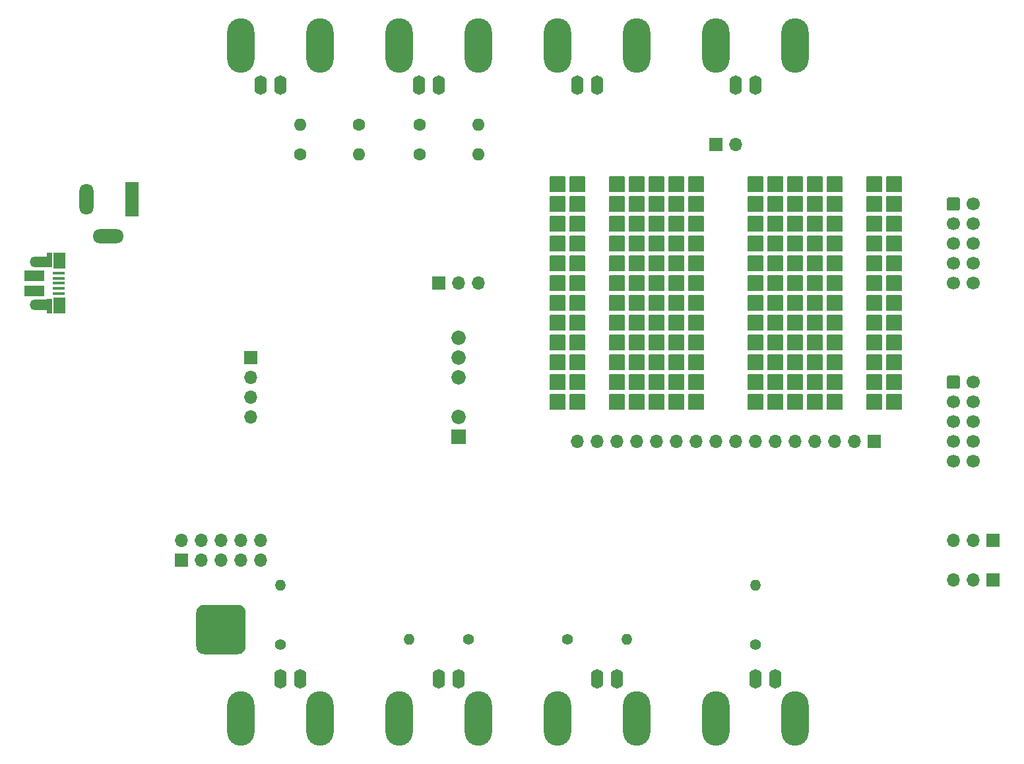
<source format=gbr>
G04 #@! TF.GenerationSoftware,KiCad,Pcbnew,(5.1.8-0-10_14)*
G04 #@! TF.CreationDate,2020-12-31T12:29:52-08:00*
G04 #@! TF.ProjectId,esp32_sync,65737033-325f-4737-996e-632e6b696361,rev?*
G04 #@! TF.SameCoordinates,Original*
G04 #@! TF.FileFunction,Soldermask,Bot*
G04 #@! TF.FilePolarity,Negative*
%FSLAX46Y46*%
G04 Gerber Fmt 4.6, Leading zero omitted, Abs format (unit mm)*
G04 Created by KiCad (PCBNEW (5.1.8-0-10_14)) date 2020-12-31 12:29:52*
%MOMM*%
%LPD*%
G01*
G04 APERTURE LIST*
%ADD10O,1.700000X1.700000*%
%ADD11R,1.700000X1.700000*%
%ADD12C,1.850000*%
%ADD13R,1.850000X1.850000*%
%ADD14O,1.600000X1.600000*%
%ADD15C,1.600000*%
%ADD16R,1.800000X4.400000*%
%ADD17O,1.800000X4.000000*%
%ADD18O,4.000000X1.800000*%
%ADD19O,1.400000X1.400000*%
%ADD20C,1.400000*%
%ADD21C,1.700000*%
%ADD22O,1.600000X2.500000*%
%ADD23O,3.500000X7.000000*%
%ADD24R,2.500000X1.430000*%
%ADD25O,1.700000X1.350000*%
%ADD26O,1.500000X1.100000*%
%ADD27R,1.650000X0.400000*%
%ADD28R,1.500000X2.000000*%
%ADD29R,0.700000X1.825000*%
%ADD30R,2.000000X1.350000*%
G04 APERTURE END LIST*
D10*
X92710000Y-118745000D03*
X92710000Y-116205000D03*
X92710000Y-113665000D03*
D11*
X92710000Y-111125000D03*
D10*
X121920000Y-101600000D03*
X119380000Y-101600000D03*
D11*
X116840000Y-101600000D03*
D12*
X119380000Y-108585000D03*
X119380000Y-111125000D03*
X119380000Y-113665000D03*
X119380000Y-118745000D03*
D13*
X119380000Y-121285000D03*
D14*
X121920000Y-85090000D03*
D15*
X114420000Y-85090000D03*
D14*
X121920000Y-81280000D03*
D15*
X114420000Y-81280000D03*
D16*
X77470000Y-90805000D03*
D17*
X71670000Y-90805000D03*
D18*
X74470000Y-95605000D03*
D19*
X157480000Y-140335000D03*
D20*
X157480000Y-147955000D03*
D21*
X185420000Y-124460000D03*
X185420000Y-121920000D03*
X185420000Y-119380000D03*
X185420000Y-116840000D03*
X185420000Y-114300000D03*
X182880000Y-124460000D03*
X182880000Y-121920000D03*
X182880000Y-119380000D03*
X182880000Y-116840000D03*
G36*
G01*
X182030000Y-114900000D02*
X182030000Y-113700000D01*
G75*
G02*
X182280000Y-113450000I250000J0D01*
G01*
X183480000Y-113450000D01*
G75*
G02*
X183730000Y-113700000I0J-250000D01*
G01*
X183730000Y-114900000D01*
G75*
G02*
X183480000Y-115150000I-250000J0D01*
G01*
X182280000Y-115150000D01*
G75*
G02*
X182030000Y-114900000I0J250000D01*
G01*
G37*
X185420000Y-101600000D03*
X185420000Y-99060000D03*
X185420000Y-96520000D03*
X185420000Y-93980000D03*
X185420000Y-91440000D03*
X182880000Y-101600000D03*
X182880000Y-99060000D03*
X182880000Y-96520000D03*
X182880000Y-93980000D03*
G36*
G01*
X182030000Y-92040000D02*
X182030000Y-90840000D01*
G75*
G02*
X182280000Y-90590000I250000J0D01*
G01*
X183480000Y-90590000D01*
G75*
G02*
X183730000Y-90840000I0J-250000D01*
G01*
X183730000Y-92040000D01*
G75*
G02*
X183480000Y-92290000I-250000J0D01*
G01*
X182280000Y-92290000D01*
G75*
G02*
X182030000Y-92040000I0J250000D01*
G01*
G37*
D10*
X134620000Y-121920000D03*
X137160000Y-121920000D03*
X139700000Y-121920000D03*
X142240000Y-121920000D03*
X144780000Y-121920000D03*
X147320000Y-121920000D03*
X149860000Y-121920000D03*
X152400000Y-121920000D03*
X154940000Y-121920000D03*
X157480000Y-121920000D03*
X160020000Y-121920000D03*
X162560000Y-121920000D03*
X165100000Y-121920000D03*
X167640000Y-121920000D03*
X170180000Y-121920000D03*
D11*
X172720000Y-121920000D03*
D10*
X93980000Y-134620000D03*
X93980000Y-137160000D03*
X91440000Y-134620000D03*
X91440000Y-137160000D03*
X88900000Y-134620000D03*
X88900000Y-137160000D03*
X86360000Y-134620000D03*
X86360000Y-137160000D03*
X83820000Y-134620000D03*
D11*
X83820000Y-137160000D03*
G36*
G01*
X85725000Y-148234400D02*
X85725000Y-143865600D01*
G75*
G02*
X86715600Y-142875000I990600J0D01*
G01*
X91084400Y-142875000D01*
G75*
G02*
X92075000Y-143865600I0J-990600D01*
G01*
X92075000Y-148234400D01*
G75*
G02*
X91084400Y-149225000I-990600J0D01*
G01*
X86715600Y-149225000D01*
G75*
G02*
X85725000Y-148234400I0J990600D01*
G01*
G37*
D10*
X154940000Y-83820000D03*
D11*
X152400000Y-83820000D03*
D22*
X99060000Y-152400000D03*
X96520000Y-152400000D03*
D23*
X91440000Y-157480000D03*
X101600000Y-157480000D03*
G36*
G01*
X132880000Y-89950000D02*
X131280000Y-89950000D01*
G75*
G02*
X131030000Y-89700000I0J250000D01*
G01*
X131030000Y-88100000D01*
G75*
G02*
X131280000Y-87850000I250000J0D01*
G01*
X132880000Y-87850000D01*
G75*
G02*
X133130000Y-88100000I0J-250000D01*
G01*
X133130000Y-89700000D01*
G75*
G02*
X132880000Y-89950000I-250000J0D01*
G01*
G37*
G36*
G01*
X132880000Y-92490000D02*
X131280000Y-92490000D01*
G75*
G02*
X131030000Y-92240000I0J250000D01*
G01*
X131030000Y-90640000D01*
G75*
G02*
X131280000Y-90390000I250000J0D01*
G01*
X132880000Y-90390000D01*
G75*
G02*
X133130000Y-90640000I0J-250000D01*
G01*
X133130000Y-92240000D01*
G75*
G02*
X132880000Y-92490000I-250000J0D01*
G01*
G37*
G36*
G01*
X132880000Y-95030000D02*
X131280000Y-95030000D01*
G75*
G02*
X131030000Y-94780000I0J250000D01*
G01*
X131030000Y-93180000D01*
G75*
G02*
X131280000Y-92930000I250000J0D01*
G01*
X132880000Y-92930000D01*
G75*
G02*
X133130000Y-93180000I0J-250000D01*
G01*
X133130000Y-94780000D01*
G75*
G02*
X132880000Y-95030000I-250000J0D01*
G01*
G37*
G36*
G01*
X132880000Y-97570000D02*
X131280000Y-97570000D01*
G75*
G02*
X131030000Y-97320000I0J250000D01*
G01*
X131030000Y-95720000D01*
G75*
G02*
X131280000Y-95470000I250000J0D01*
G01*
X132880000Y-95470000D01*
G75*
G02*
X133130000Y-95720000I0J-250000D01*
G01*
X133130000Y-97320000D01*
G75*
G02*
X132880000Y-97570000I-250000J0D01*
G01*
G37*
G36*
G01*
X132880000Y-100110000D02*
X131280000Y-100110000D01*
G75*
G02*
X131030000Y-99860000I0J250000D01*
G01*
X131030000Y-98260000D01*
G75*
G02*
X131280000Y-98010000I250000J0D01*
G01*
X132880000Y-98010000D01*
G75*
G02*
X133130000Y-98260000I0J-250000D01*
G01*
X133130000Y-99860000D01*
G75*
G02*
X132880000Y-100110000I-250000J0D01*
G01*
G37*
G36*
G01*
X132880000Y-102650000D02*
X131280000Y-102650000D01*
G75*
G02*
X131030000Y-102400000I0J250000D01*
G01*
X131030000Y-100800000D01*
G75*
G02*
X131280000Y-100550000I250000J0D01*
G01*
X132880000Y-100550000D01*
G75*
G02*
X133130000Y-100800000I0J-250000D01*
G01*
X133130000Y-102400000D01*
G75*
G02*
X132880000Y-102650000I-250000J0D01*
G01*
G37*
G36*
G01*
X132880000Y-105190000D02*
X131280000Y-105190000D01*
G75*
G02*
X131030000Y-104940000I0J250000D01*
G01*
X131030000Y-103340000D01*
G75*
G02*
X131280000Y-103090000I250000J0D01*
G01*
X132880000Y-103090000D01*
G75*
G02*
X133130000Y-103340000I0J-250000D01*
G01*
X133130000Y-104940000D01*
G75*
G02*
X132880000Y-105190000I-250000J0D01*
G01*
G37*
G36*
G01*
X132880000Y-107730000D02*
X131280000Y-107730000D01*
G75*
G02*
X131030000Y-107480000I0J250000D01*
G01*
X131030000Y-105880000D01*
G75*
G02*
X131280000Y-105630000I250000J0D01*
G01*
X132880000Y-105630000D01*
G75*
G02*
X133130000Y-105880000I0J-250000D01*
G01*
X133130000Y-107480000D01*
G75*
G02*
X132880000Y-107730000I-250000J0D01*
G01*
G37*
G36*
G01*
X132880000Y-110270000D02*
X131280000Y-110270000D01*
G75*
G02*
X131030000Y-110020000I0J250000D01*
G01*
X131030000Y-108420000D01*
G75*
G02*
X131280000Y-108170000I250000J0D01*
G01*
X132880000Y-108170000D01*
G75*
G02*
X133130000Y-108420000I0J-250000D01*
G01*
X133130000Y-110020000D01*
G75*
G02*
X132880000Y-110270000I-250000J0D01*
G01*
G37*
G36*
G01*
X132880000Y-112810000D02*
X131280000Y-112810000D01*
G75*
G02*
X131030000Y-112560000I0J250000D01*
G01*
X131030000Y-110960000D01*
G75*
G02*
X131280000Y-110710000I250000J0D01*
G01*
X132880000Y-110710000D01*
G75*
G02*
X133130000Y-110960000I0J-250000D01*
G01*
X133130000Y-112560000D01*
G75*
G02*
X132880000Y-112810000I-250000J0D01*
G01*
G37*
G36*
G01*
X132880000Y-115350000D02*
X131280000Y-115350000D01*
G75*
G02*
X131030000Y-115100000I0J250000D01*
G01*
X131030000Y-113500000D01*
G75*
G02*
X131280000Y-113250000I250000J0D01*
G01*
X132880000Y-113250000D01*
G75*
G02*
X133130000Y-113500000I0J-250000D01*
G01*
X133130000Y-115100000D01*
G75*
G02*
X132880000Y-115350000I-250000J0D01*
G01*
G37*
G36*
G01*
X135420000Y-89950000D02*
X133820000Y-89950000D01*
G75*
G02*
X133570000Y-89700000I0J250000D01*
G01*
X133570000Y-88100000D01*
G75*
G02*
X133820000Y-87850000I250000J0D01*
G01*
X135420000Y-87850000D01*
G75*
G02*
X135670000Y-88100000I0J-250000D01*
G01*
X135670000Y-89700000D01*
G75*
G02*
X135420000Y-89950000I-250000J0D01*
G01*
G37*
G36*
G01*
X135420000Y-92490000D02*
X133820000Y-92490000D01*
G75*
G02*
X133570000Y-92240000I0J250000D01*
G01*
X133570000Y-90640000D01*
G75*
G02*
X133820000Y-90390000I250000J0D01*
G01*
X135420000Y-90390000D01*
G75*
G02*
X135670000Y-90640000I0J-250000D01*
G01*
X135670000Y-92240000D01*
G75*
G02*
X135420000Y-92490000I-250000J0D01*
G01*
G37*
G36*
G01*
X135420000Y-95030000D02*
X133820000Y-95030000D01*
G75*
G02*
X133570000Y-94780000I0J250000D01*
G01*
X133570000Y-93180000D01*
G75*
G02*
X133820000Y-92930000I250000J0D01*
G01*
X135420000Y-92930000D01*
G75*
G02*
X135670000Y-93180000I0J-250000D01*
G01*
X135670000Y-94780000D01*
G75*
G02*
X135420000Y-95030000I-250000J0D01*
G01*
G37*
G36*
G01*
X135420000Y-97570000D02*
X133820000Y-97570000D01*
G75*
G02*
X133570000Y-97320000I0J250000D01*
G01*
X133570000Y-95720000D01*
G75*
G02*
X133820000Y-95470000I250000J0D01*
G01*
X135420000Y-95470000D01*
G75*
G02*
X135670000Y-95720000I0J-250000D01*
G01*
X135670000Y-97320000D01*
G75*
G02*
X135420000Y-97570000I-250000J0D01*
G01*
G37*
G36*
G01*
X135420000Y-100110000D02*
X133820000Y-100110000D01*
G75*
G02*
X133570000Y-99860000I0J250000D01*
G01*
X133570000Y-98260000D01*
G75*
G02*
X133820000Y-98010000I250000J0D01*
G01*
X135420000Y-98010000D01*
G75*
G02*
X135670000Y-98260000I0J-250000D01*
G01*
X135670000Y-99860000D01*
G75*
G02*
X135420000Y-100110000I-250000J0D01*
G01*
G37*
G36*
G01*
X135420000Y-102650000D02*
X133820000Y-102650000D01*
G75*
G02*
X133570000Y-102400000I0J250000D01*
G01*
X133570000Y-100800000D01*
G75*
G02*
X133820000Y-100550000I250000J0D01*
G01*
X135420000Y-100550000D01*
G75*
G02*
X135670000Y-100800000I0J-250000D01*
G01*
X135670000Y-102400000D01*
G75*
G02*
X135420000Y-102650000I-250000J0D01*
G01*
G37*
G36*
G01*
X135420000Y-105190000D02*
X133820000Y-105190000D01*
G75*
G02*
X133570000Y-104940000I0J250000D01*
G01*
X133570000Y-103340000D01*
G75*
G02*
X133820000Y-103090000I250000J0D01*
G01*
X135420000Y-103090000D01*
G75*
G02*
X135670000Y-103340000I0J-250000D01*
G01*
X135670000Y-104940000D01*
G75*
G02*
X135420000Y-105190000I-250000J0D01*
G01*
G37*
G36*
G01*
X135420000Y-107730000D02*
X133820000Y-107730000D01*
G75*
G02*
X133570000Y-107480000I0J250000D01*
G01*
X133570000Y-105880000D01*
G75*
G02*
X133820000Y-105630000I250000J0D01*
G01*
X135420000Y-105630000D01*
G75*
G02*
X135670000Y-105880000I0J-250000D01*
G01*
X135670000Y-107480000D01*
G75*
G02*
X135420000Y-107730000I-250000J0D01*
G01*
G37*
G36*
G01*
X135420000Y-110270000D02*
X133820000Y-110270000D01*
G75*
G02*
X133570000Y-110020000I0J250000D01*
G01*
X133570000Y-108420000D01*
G75*
G02*
X133820000Y-108170000I250000J0D01*
G01*
X135420000Y-108170000D01*
G75*
G02*
X135670000Y-108420000I0J-250000D01*
G01*
X135670000Y-110020000D01*
G75*
G02*
X135420000Y-110270000I-250000J0D01*
G01*
G37*
G36*
G01*
X135420000Y-112810000D02*
X133820000Y-112810000D01*
G75*
G02*
X133570000Y-112560000I0J250000D01*
G01*
X133570000Y-110960000D01*
G75*
G02*
X133820000Y-110710000I250000J0D01*
G01*
X135420000Y-110710000D01*
G75*
G02*
X135670000Y-110960000I0J-250000D01*
G01*
X135670000Y-112560000D01*
G75*
G02*
X135420000Y-112810000I-250000J0D01*
G01*
G37*
G36*
G01*
X135420000Y-115350000D02*
X133820000Y-115350000D01*
G75*
G02*
X133570000Y-115100000I0J250000D01*
G01*
X133570000Y-113500000D01*
G75*
G02*
X133820000Y-113250000I250000J0D01*
G01*
X135420000Y-113250000D01*
G75*
G02*
X135670000Y-113500000I0J-250000D01*
G01*
X135670000Y-115100000D01*
G75*
G02*
X135420000Y-115350000I-250000J0D01*
G01*
G37*
G36*
G01*
X135420000Y-117890000D02*
X133820000Y-117890000D01*
G75*
G02*
X133570000Y-117640000I0J250000D01*
G01*
X133570000Y-116040000D01*
G75*
G02*
X133820000Y-115790000I250000J0D01*
G01*
X135420000Y-115790000D01*
G75*
G02*
X135670000Y-116040000I0J-250000D01*
G01*
X135670000Y-117640000D01*
G75*
G02*
X135420000Y-117890000I-250000J0D01*
G01*
G37*
G36*
G01*
X132880000Y-117890000D02*
X131280000Y-117890000D01*
G75*
G02*
X131030000Y-117640000I0J250000D01*
G01*
X131030000Y-116040000D01*
G75*
G02*
X131280000Y-115790000I250000J0D01*
G01*
X132880000Y-115790000D01*
G75*
G02*
X133130000Y-116040000I0J-250000D01*
G01*
X133130000Y-117640000D01*
G75*
G02*
X132880000Y-117890000I-250000J0D01*
G01*
G37*
G36*
G01*
X176060000Y-89950000D02*
X174460000Y-89950000D01*
G75*
G02*
X174210000Y-89700000I0J250000D01*
G01*
X174210000Y-88100000D01*
G75*
G02*
X174460000Y-87850000I250000J0D01*
G01*
X176060000Y-87850000D01*
G75*
G02*
X176310000Y-88100000I0J-250000D01*
G01*
X176310000Y-89700000D01*
G75*
G02*
X176060000Y-89950000I-250000J0D01*
G01*
G37*
G36*
G01*
X176060000Y-92490000D02*
X174460000Y-92490000D01*
G75*
G02*
X174210000Y-92240000I0J250000D01*
G01*
X174210000Y-90640000D01*
G75*
G02*
X174460000Y-90390000I250000J0D01*
G01*
X176060000Y-90390000D01*
G75*
G02*
X176310000Y-90640000I0J-250000D01*
G01*
X176310000Y-92240000D01*
G75*
G02*
X176060000Y-92490000I-250000J0D01*
G01*
G37*
G36*
G01*
X176060000Y-95030000D02*
X174460000Y-95030000D01*
G75*
G02*
X174210000Y-94780000I0J250000D01*
G01*
X174210000Y-93180000D01*
G75*
G02*
X174460000Y-92930000I250000J0D01*
G01*
X176060000Y-92930000D01*
G75*
G02*
X176310000Y-93180000I0J-250000D01*
G01*
X176310000Y-94780000D01*
G75*
G02*
X176060000Y-95030000I-250000J0D01*
G01*
G37*
G36*
G01*
X176060000Y-97570000D02*
X174460000Y-97570000D01*
G75*
G02*
X174210000Y-97320000I0J250000D01*
G01*
X174210000Y-95720000D01*
G75*
G02*
X174460000Y-95470000I250000J0D01*
G01*
X176060000Y-95470000D01*
G75*
G02*
X176310000Y-95720000I0J-250000D01*
G01*
X176310000Y-97320000D01*
G75*
G02*
X176060000Y-97570000I-250000J0D01*
G01*
G37*
G36*
G01*
X176060000Y-100110000D02*
X174460000Y-100110000D01*
G75*
G02*
X174210000Y-99860000I0J250000D01*
G01*
X174210000Y-98260000D01*
G75*
G02*
X174460000Y-98010000I250000J0D01*
G01*
X176060000Y-98010000D01*
G75*
G02*
X176310000Y-98260000I0J-250000D01*
G01*
X176310000Y-99860000D01*
G75*
G02*
X176060000Y-100110000I-250000J0D01*
G01*
G37*
G36*
G01*
X176060000Y-102650000D02*
X174460000Y-102650000D01*
G75*
G02*
X174210000Y-102400000I0J250000D01*
G01*
X174210000Y-100800000D01*
G75*
G02*
X174460000Y-100550000I250000J0D01*
G01*
X176060000Y-100550000D01*
G75*
G02*
X176310000Y-100800000I0J-250000D01*
G01*
X176310000Y-102400000D01*
G75*
G02*
X176060000Y-102650000I-250000J0D01*
G01*
G37*
G36*
G01*
X176060000Y-105190000D02*
X174460000Y-105190000D01*
G75*
G02*
X174210000Y-104940000I0J250000D01*
G01*
X174210000Y-103340000D01*
G75*
G02*
X174460000Y-103090000I250000J0D01*
G01*
X176060000Y-103090000D01*
G75*
G02*
X176310000Y-103340000I0J-250000D01*
G01*
X176310000Y-104940000D01*
G75*
G02*
X176060000Y-105190000I-250000J0D01*
G01*
G37*
G36*
G01*
X176060000Y-107730000D02*
X174460000Y-107730000D01*
G75*
G02*
X174210000Y-107480000I0J250000D01*
G01*
X174210000Y-105880000D01*
G75*
G02*
X174460000Y-105630000I250000J0D01*
G01*
X176060000Y-105630000D01*
G75*
G02*
X176310000Y-105880000I0J-250000D01*
G01*
X176310000Y-107480000D01*
G75*
G02*
X176060000Y-107730000I-250000J0D01*
G01*
G37*
G36*
G01*
X176060000Y-110270000D02*
X174460000Y-110270000D01*
G75*
G02*
X174210000Y-110020000I0J250000D01*
G01*
X174210000Y-108420000D01*
G75*
G02*
X174460000Y-108170000I250000J0D01*
G01*
X176060000Y-108170000D01*
G75*
G02*
X176310000Y-108420000I0J-250000D01*
G01*
X176310000Y-110020000D01*
G75*
G02*
X176060000Y-110270000I-250000J0D01*
G01*
G37*
G36*
G01*
X176060000Y-112810000D02*
X174460000Y-112810000D01*
G75*
G02*
X174210000Y-112560000I0J250000D01*
G01*
X174210000Y-110960000D01*
G75*
G02*
X174460000Y-110710000I250000J0D01*
G01*
X176060000Y-110710000D01*
G75*
G02*
X176310000Y-110960000I0J-250000D01*
G01*
X176310000Y-112560000D01*
G75*
G02*
X176060000Y-112810000I-250000J0D01*
G01*
G37*
G36*
G01*
X176060000Y-115350000D02*
X174460000Y-115350000D01*
G75*
G02*
X174210000Y-115100000I0J250000D01*
G01*
X174210000Y-113500000D01*
G75*
G02*
X174460000Y-113250000I250000J0D01*
G01*
X176060000Y-113250000D01*
G75*
G02*
X176310000Y-113500000I0J-250000D01*
G01*
X176310000Y-115100000D01*
G75*
G02*
X176060000Y-115350000I-250000J0D01*
G01*
G37*
G36*
G01*
X173520000Y-89950000D02*
X171920000Y-89950000D01*
G75*
G02*
X171670000Y-89700000I0J250000D01*
G01*
X171670000Y-88100000D01*
G75*
G02*
X171920000Y-87850000I250000J0D01*
G01*
X173520000Y-87850000D01*
G75*
G02*
X173770000Y-88100000I0J-250000D01*
G01*
X173770000Y-89700000D01*
G75*
G02*
X173520000Y-89950000I-250000J0D01*
G01*
G37*
G36*
G01*
X173520000Y-92490000D02*
X171920000Y-92490000D01*
G75*
G02*
X171670000Y-92240000I0J250000D01*
G01*
X171670000Y-90640000D01*
G75*
G02*
X171920000Y-90390000I250000J0D01*
G01*
X173520000Y-90390000D01*
G75*
G02*
X173770000Y-90640000I0J-250000D01*
G01*
X173770000Y-92240000D01*
G75*
G02*
X173520000Y-92490000I-250000J0D01*
G01*
G37*
G36*
G01*
X173520000Y-95030000D02*
X171920000Y-95030000D01*
G75*
G02*
X171670000Y-94780000I0J250000D01*
G01*
X171670000Y-93180000D01*
G75*
G02*
X171920000Y-92930000I250000J0D01*
G01*
X173520000Y-92930000D01*
G75*
G02*
X173770000Y-93180000I0J-250000D01*
G01*
X173770000Y-94780000D01*
G75*
G02*
X173520000Y-95030000I-250000J0D01*
G01*
G37*
G36*
G01*
X173520000Y-97570000D02*
X171920000Y-97570000D01*
G75*
G02*
X171670000Y-97320000I0J250000D01*
G01*
X171670000Y-95720000D01*
G75*
G02*
X171920000Y-95470000I250000J0D01*
G01*
X173520000Y-95470000D01*
G75*
G02*
X173770000Y-95720000I0J-250000D01*
G01*
X173770000Y-97320000D01*
G75*
G02*
X173520000Y-97570000I-250000J0D01*
G01*
G37*
G36*
G01*
X173520000Y-100110000D02*
X171920000Y-100110000D01*
G75*
G02*
X171670000Y-99860000I0J250000D01*
G01*
X171670000Y-98260000D01*
G75*
G02*
X171920000Y-98010000I250000J0D01*
G01*
X173520000Y-98010000D01*
G75*
G02*
X173770000Y-98260000I0J-250000D01*
G01*
X173770000Y-99860000D01*
G75*
G02*
X173520000Y-100110000I-250000J0D01*
G01*
G37*
G36*
G01*
X173520000Y-102650000D02*
X171920000Y-102650000D01*
G75*
G02*
X171670000Y-102400000I0J250000D01*
G01*
X171670000Y-100800000D01*
G75*
G02*
X171920000Y-100550000I250000J0D01*
G01*
X173520000Y-100550000D01*
G75*
G02*
X173770000Y-100800000I0J-250000D01*
G01*
X173770000Y-102400000D01*
G75*
G02*
X173520000Y-102650000I-250000J0D01*
G01*
G37*
G36*
G01*
X173520000Y-105190000D02*
X171920000Y-105190000D01*
G75*
G02*
X171670000Y-104940000I0J250000D01*
G01*
X171670000Y-103340000D01*
G75*
G02*
X171920000Y-103090000I250000J0D01*
G01*
X173520000Y-103090000D01*
G75*
G02*
X173770000Y-103340000I0J-250000D01*
G01*
X173770000Y-104940000D01*
G75*
G02*
X173520000Y-105190000I-250000J0D01*
G01*
G37*
G36*
G01*
X173520000Y-107730000D02*
X171920000Y-107730000D01*
G75*
G02*
X171670000Y-107480000I0J250000D01*
G01*
X171670000Y-105880000D01*
G75*
G02*
X171920000Y-105630000I250000J0D01*
G01*
X173520000Y-105630000D01*
G75*
G02*
X173770000Y-105880000I0J-250000D01*
G01*
X173770000Y-107480000D01*
G75*
G02*
X173520000Y-107730000I-250000J0D01*
G01*
G37*
G36*
G01*
X173520000Y-110270000D02*
X171920000Y-110270000D01*
G75*
G02*
X171670000Y-110020000I0J250000D01*
G01*
X171670000Y-108420000D01*
G75*
G02*
X171920000Y-108170000I250000J0D01*
G01*
X173520000Y-108170000D01*
G75*
G02*
X173770000Y-108420000I0J-250000D01*
G01*
X173770000Y-110020000D01*
G75*
G02*
X173520000Y-110270000I-250000J0D01*
G01*
G37*
G36*
G01*
X173520000Y-112810000D02*
X171920000Y-112810000D01*
G75*
G02*
X171670000Y-112560000I0J250000D01*
G01*
X171670000Y-110960000D01*
G75*
G02*
X171920000Y-110710000I250000J0D01*
G01*
X173520000Y-110710000D01*
G75*
G02*
X173770000Y-110960000I0J-250000D01*
G01*
X173770000Y-112560000D01*
G75*
G02*
X173520000Y-112810000I-250000J0D01*
G01*
G37*
G36*
G01*
X173520000Y-115350000D02*
X171920000Y-115350000D01*
G75*
G02*
X171670000Y-115100000I0J250000D01*
G01*
X171670000Y-113500000D01*
G75*
G02*
X171920000Y-113250000I250000J0D01*
G01*
X173520000Y-113250000D01*
G75*
G02*
X173770000Y-113500000I0J-250000D01*
G01*
X173770000Y-115100000D01*
G75*
G02*
X173520000Y-115350000I-250000J0D01*
G01*
G37*
G36*
G01*
X176060000Y-117890000D02*
X174460000Y-117890000D01*
G75*
G02*
X174210000Y-117640000I0J250000D01*
G01*
X174210000Y-116040000D01*
G75*
G02*
X174460000Y-115790000I250000J0D01*
G01*
X176060000Y-115790000D01*
G75*
G02*
X176310000Y-116040000I0J-250000D01*
G01*
X176310000Y-117640000D01*
G75*
G02*
X176060000Y-117890000I-250000J0D01*
G01*
G37*
G36*
G01*
X173520000Y-117890000D02*
X171920000Y-117890000D01*
G75*
G02*
X171670000Y-117640000I0J250000D01*
G01*
X171670000Y-116040000D01*
G75*
G02*
X171920000Y-115790000I250000J0D01*
G01*
X173520000Y-115790000D01*
G75*
G02*
X173770000Y-116040000I0J-250000D01*
G01*
X173770000Y-117640000D01*
G75*
G02*
X173520000Y-117890000I-250000J0D01*
G01*
G37*
G36*
G01*
X168440000Y-89950000D02*
X166840000Y-89950000D01*
G75*
G02*
X166590000Y-89700000I0J250000D01*
G01*
X166590000Y-88100000D01*
G75*
G02*
X166840000Y-87850000I250000J0D01*
G01*
X168440000Y-87850000D01*
G75*
G02*
X168690000Y-88100000I0J-250000D01*
G01*
X168690000Y-89700000D01*
G75*
G02*
X168440000Y-89950000I-250000J0D01*
G01*
G37*
G36*
G01*
X168440000Y-92490000D02*
X166840000Y-92490000D01*
G75*
G02*
X166590000Y-92240000I0J250000D01*
G01*
X166590000Y-90640000D01*
G75*
G02*
X166840000Y-90390000I250000J0D01*
G01*
X168440000Y-90390000D01*
G75*
G02*
X168690000Y-90640000I0J-250000D01*
G01*
X168690000Y-92240000D01*
G75*
G02*
X168440000Y-92490000I-250000J0D01*
G01*
G37*
G36*
G01*
X168440000Y-95030000D02*
X166840000Y-95030000D01*
G75*
G02*
X166590000Y-94780000I0J250000D01*
G01*
X166590000Y-93180000D01*
G75*
G02*
X166840000Y-92930000I250000J0D01*
G01*
X168440000Y-92930000D01*
G75*
G02*
X168690000Y-93180000I0J-250000D01*
G01*
X168690000Y-94780000D01*
G75*
G02*
X168440000Y-95030000I-250000J0D01*
G01*
G37*
G36*
G01*
X168440000Y-97570000D02*
X166840000Y-97570000D01*
G75*
G02*
X166590000Y-97320000I0J250000D01*
G01*
X166590000Y-95720000D01*
G75*
G02*
X166840000Y-95470000I250000J0D01*
G01*
X168440000Y-95470000D01*
G75*
G02*
X168690000Y-95720000I0J-250000D01*
G01*
X168690000Y-97320000D01*
G75*
G02*
X168440000Y-97570000I-250000J0D01*
G01*
G37*
G36*
G01*
X168440000Y-100110000D02*
X166840000Y-100110000D01*
G75*
G02*
X166590000Y-99860000I0J250000D01*
G01*
X166590000Y-98260000D01*
G75*
G02*
X166840000Y-98010000I250000J0D01*
G01*
X168440000Y-98010000D01*
G75*
G02*
X168690000Y-98260000I0J-250000D01*
G01*
X168690000Y-99860000D01*
G75*
G02*
X168440000Y-100110000I-250000J0D01*
G01*
G37*
G36*
G01*
X168440000Y-102650000D02*
X166840000Y-102650000D01*
G75*
G02*
X166590000Y-102400000I0J250000D01*
G01*
X166590000Y-100800000D01*
G75*
G02*
X166840000Y-100550000I250000J0D01*
G01*
X168440000Y-100550000D01*
G75*
G02*
X168690000Y-100800000I0J-250000D01*
G01*
X168690000Y-102400000D01*
G75*
G02*
X168440000Y-102650000I-250000J0D01*
G01*
G37*
G36*
G01*
X168440000Y-105190000D02*
X166840000Y-105190000D01*
G75*
G02*
X166590000Y-104940000I0J250000D01*
G01*
X166590000Y-103340000D01*
G75*
G02*
X166840000Y-103090000I250000J0D01*
G01*
X168440000Y-103090000D01*
G75*
G02*
X168690000Y-103340000I0J-250000D01*
G01*
X168690000Y-104940000D01*
G75*
G02*
X168440000Y-105190000I-250000J0D01*
G01*
G37*
G36*
G01*
X168440000Y-107730000D02*
X166840000Y-107730000D01*
G75*
G02*
X166590000Y-107480000I0J250000D01*
G01*
X166590000Y-105880000D01*
G75*
G02*
X166840000Y-105630000I250000J0D01*
G01*
X168440000Y-105630000D01*
G75*
G02*
X168690000Y-105880000I0J-250000D01*
G01*
X168690000Y-107480000D01*
G75*
G02*
X168440000Y-107730000I-250000J0D01*
G01*
G37*
G36*
G01*
X168440000Y-110270000D02*
X166840000Y-110270000D01*
G75*
G02*
X166590000Y-110020000I0J250000D01*
G01*
X166590000Y-108420000D01*
G75*
G02*
X166840000Y-108170000I250000J0D01*
G01*
X168440000Y-108170000D01*
G75*
G02*
X168690000Y-108420000I0J-250000D01*
G01*
X168690000Y-110020000D01*
G75*
G02*
X168440000Y-110270000I-250000J0D01*
G01*
G37*
G36*
G01*
X168440000Y-112810000D02*
X166840000Y-112810000D01*
G75*
G02*
X166590000Y-112560000I0J250000D01*
G01*
X166590000Y-110960000D01*
G75*
G02*
X166840000Y-110710000I250000J0D01*
G01*
X168440000Y-110710000D01*
G75*
G02*
X168690000Y-110960000I0J-250000D01*
G01*
X168690000Y-112560000D01*
G75*
G02*
X168440000Y-112810000I-250000J0D01*
G01*
G37*
G36*
G01*
X168440000Y-115350000D02*
X166840000Y-115350000D01*
G75*
G02*
X166590000Y-115100000I0J250000D01*
G01*
X166590000Y-113500000D01*
G75*
G02*
X166840000Y-113250000I250000J0D01*
G01*
X168440000Y-113250000D01*
G75*
G02*
X168690000Y-113500000I0J-250000D01*
G01*
X168690000Y-115100000D01*
G75*
G02*
X168440000Y-115350000I-250000J0D01*
G01*
G37*
G36*
G01*
X168440000Y-117890000D02*
X166840000Y-117890000D01*
G75*
G02*
X166590000Y-117640000I0J250000D01*
G01*
X166590000Y-116040000D01*
G75*
G02*
X166840000Y-115790000I250000J0D01*
G01*
X168440000Y-115790000D01*
G75*
G02*
X168690000Y-116040000I0J-250000D01*
G01*
X168690000Y-117640000D01*
G75*
G02*
X168440000Y-117890000I-250000J0D01*
G01*
G37*
G36*
G01*
X165900000Y-89950000D02*
X164300000Y-89950000D01*
G75*
G02*
X164050000Y-89700000I0J250000D01*
G01*
X164050000Y-88100000D01*
G75*
G02*
X164300000Y-87850000I250000J0D01*
G01*
X165900000Y-87850000D01*
G75*
G02*
X166150000Y-88100000I0J-250000D01*
G01*
X166150000Y-89700000D01*
G75*
G02*
X165900000Y-89950000I-250000J0D01*
G01*
G37*
G36*
G01*
X165900000Y-92490000D02*
X164300000Y-92490000D01*
G75*
G02*
X164050000Y-92240000I0J250000D01*
G01*
X164050000Y-90640000D01*
G75*
G02*
X164300000Y-90390000I250000J0D01*
G01*
X165900000Y-90390000D01*
G75*
G02*
X166150000Y-90640000I0J-250000D01*
G01*
X166150000Y-92240000D01*
G75*
G02*
X165900000Y-92490000I-250000J0D01*
G01*
G37*
G36*
G01*
X165900000Y-95030000D02*
X164300000Y-95030000D01*
G75*
G02*
X164050000Y-94780000I0J250000D01*
G01*
X164050000Y-93180000D01*
G75*
G02*
X164300000Y-92930000I250000J0D01*
G01*
X165900000Y-92930000D01*
G75*
G02*
X166150000Y-93180000I0J-250000D01*
G01*
X166150000Y-94780000D01*
G75*
G02*
X165900000Y-95030000I-250000J0D01*
G01*
G37*
G36*
G01*
X165900000Y-97570000D02*
X164300000Y-97570000D01*
G75*
G02*
X164050000Y-97320000I0J250000D01*
G01*
X164050000Y-95720000D01*
G75*
G02*
X164300000Y-95470000I250000J0D01*
G01*
X165900000Y-95470000D01*
G75*
G02*
X166150000Y-95720000I0J-250000D01*
G01*
X166150000Y-97320000D01*
G75*
G02*
X165900000Y-97570000I-250000J0D01*
G01*
G37*
G36*
G01*
X165900000Y-100110000D02*
X164300000Y-100110000D01*
G75*
G02*
X164050000Y-99860000I0J250000D01*
G01*
X164050000Y-98260000D01*
G75*
G02*
X164300000Y-98010000I250000J0D01*
G01*
X165900000Y-98010000D01*
G75*
G02*
X166150000Y-98260000I0J-250000D01*
G01*
X166150000Y-99860000D01*
G75*
G02*
X165900000Y-100110000I-250000J0D01*
G01*
G37*
G36*
G01*
X165900000Y-102650000D02*
X164300000Y-102650000D01*
G75*
G02*
X164050000Y-102400000I0J250000D01*
G01*
X164050000Y-100800000D01*
G75*
G02*
X164300000Y-100550000I250000J0D01*
G01*
X165900000Y-100550000D01*
G75*
G02*
X166150000Y-100800000I0J-250000D01*
G01*
X166150000Y-102400000D01*
G75*
G02*
X165900000Y-102650000I-250000J0D01*
G01*
G37*
G36*
G01*
X165900000Y-105190000D02*
X164300000Y-105190000D01*
G75*
G02*
X164050000Y-104940000I0J250000D01*
G01*
X164050000Y-103340000D01*
G75*
G02*
X164300000Y-103090000I250000J0D01*
G01*
X165900000Y-103090000D01*
G75*
G02*
X166150000Y-103340000I0J-250000D01*
G01*
X166150000Y-104940000D01*
G75*
G02*
X165900000Y-105190000I-250000J0D01*
G01*
G37*
G36*
G01*
X165900000Y-107730000D02*
X164300000Y-107730000D01*
G75*
G02*
X164050000Y-107480000I0J250000D01*
G01*
X164050000Y-105880000D01*
G75*
G02*
X164300000Y-105630000I250000J0D01*
G01*
X165900000Y-105630000D01*
G75*
G02*
X166150000Y-105880000I0J-250000D01*
G01*
X166150000Y-107480000D01*
G75*
G02*
X165900000Y-107730000I-250000J0D01*
G01*
G37*
G36*
G01*
X165900000Y-110270000D02*
X164300000Y-110270000D01*
G75*
G02*
X164050000Y-110020000I0J250000D01*
G01*
X164050000Y-108420000D01*
G75*
G02*
X164300000Y-108170000I250000J0D01*
G01*
X165900000Y-108170000D01*
G75*
G02*
X166150000Y-108420000I0J-250000D01*
G01*
X166150000Y-110020000D01*
G75*
G02*
X165900000Y-110270000I-250000J0D01*
G01*
G37*
G36*
G01*
X165900000Y-112810000D02*
X164300000Y-112810000D01*
G75*
G02*
X164050000Y-112560000I0J250000D01*
G01*
X164050000Y-110960000D01*
G75*
G02*
X164300000Y-110710000I250000J0D01*
G01*
X165900000Y-110710000D01*
G75*
G02*
X166150000Y-110960000I0J-250000D01*
G01*
X166150000Y-112560000D01*
G75*
G02*
X165900000Y-112810000I-250000J0D01*
G01*
G37*
G36*
G01*
X165900000Y-115350000D02*
X164300000Y-115350000D01*
G75*
G02*
X164050000Y-115100000I0J250000D01*
G01*
X164050000Y-113500000D01*
G75*
G02*
X164300000Y-113250000I250000J0D01*
G01*
X165900000Y-113250000D01*
G75*
G02*
X166150000Y-113500000I0J-250000D01*
G01*
X166150000Y-115100000D01*
G75*
G02*
X165900000Y-115350000I-250000J0D01*
G01*
G37*
G36*
G01*
X165900000Y-117890000D02*
X164300000Y-117890000D01*
G75*
G02*
X164050000Y-117640000I0J250000D01*
G01*
X164050000Y-116040000D01*
G75*
G02*
X164300000Y-115790000I250000J0D01*
G01*
X165900000Y-115790000D01*
G75*
G02*
X166150000Y-116040000I0J-250000D01*
G01*
X166150000Y-117640000D01*
G75*
G02*
X165900000Y-117890000I-250000J0D01*
G01*
G37*
G36*
G01*
X163360000Y-89950000D02*
X161760000Y-89950000D01*
G75*
G02*
X161510000Y-89700000I0J250000D01*
G01*
X161510000Y-88100000D01*
G75*
G02*
X161760000Y-87850000I250000J0D01*
G01*
X163360000Y-87850000D01*
G75*
G02*
X163610000Y-88100000I0J-250000D01*
G01*
X163610000Y-89700000D01*
G75*
G02*
X163360000Y-89950000I-250000J0D01*
G01*
G37*
G36*
G01*
X163360000Y-92490000D02*
X161760000Y-92490000D01*
G75*
G02*
X161510000Y-92240000I0J250000D01*
G01*
X161510000Y-90640000D01*
G75*
G02*
X161760000Y-90390000I250000J0D01*
G01*
X163360000Y-90390000D01*
G75*
G02*
X163610000Y-90640000I0J-250000D01*
G01*
X163610000Y-92240000D01*
G75*
G02*
X163360000Y-92490000I-250000J0D01*
G01*
G37*
G36*
G01*
X163360000Y-95030000D02*
X161760000Y-95030000D01*
G75*
G02*
X161510000Y-94780000I0J250000D01*
G01*
X161510000Y-93180000D01*
G75*
G02*
X161760000Y-92930000I250000J0D01*
G01*
X163360000Y-92930000D01*
G75*
G02*
X163610000Y-93180000I0J-250000D01*
G01*
X163610000Y-94780000D01*
G75*
G02*
X163360000Y-95030000I-250000J0D01*
G01*
G37*
G36*
G01*
X163360000Y-97570000D02*
X161760000Y-97570000D01*
G75*
G02*
X161510000Y-97320000I0J250000D01*
G01*
X161510000Y-95720000D01*
G75*
G02*
X161760000Y-95470000I250000J0D01*
G01*
X163360000Y-95470000D01*
G75*
G02*
X163610000Y-95720000I0J-250000D01*
G01*
X163610000Y-97320000D01*
G75*
G02*
X163360000Y-97570000I-250000J0D01*
G01*
G37*
G36*
G01*
X163360000Y-100110000D02*
X161760000Y-100110000D01*
G75*
G02*
X161510000Y-99860000I0J250000D01*
G01*
X161510000Y-98260000D01*
G75*
G02*
X161760000Y-98010000I250000J0D01*
G01*
X163360000Y-98010000D01*
G75*
G02*
X163610000Y-98260000I0J-250000D01*
G01*
X163610000Y-99860000D01*
G75*
G02*
X163360000Y-100110000I-250000J0D01*
G01*
G37*
G36*
G01*
X163360000Y-102650000D02*
X161760000Y-102650000D01*
G75*
G02*
X161510000Y-102400000I0J250000D01*
G01*
X161510000Y-100800000D01*
G75*
G02*
X161760000Y-100550000I250000J0D01*
G01*
X163360000Y-100550000D01*
G75*
G02*
X163610000Y-100800000I0J-250000D01*
G01*
X163610000Y-102400000D01*
G75*
G02*
X163360000Y-102650000I-250000J0D01*
G01*
G37*
G36*
G01*
X163360000Y-105190000D02*
X161760000Y-105190000D01*
G75*
G02*
X161510000Y-104940000I0J250000D01*
G01*
X161510000Y-103340000D01*
G75*
G02*
X161760000Y-103090000I250000J0D01*
G01*
X163360000Y-103090000D01*
G75*
G02*
X163610000Y-103340000I0J-250000D01*
G01*
X163610000Y-104940000D01*
G75*
G02*
X163360000Y-105190000I-250000J0D01*
G01*
G37*
G36*
G01*
X163360000Y-107730000D02*
X161760000Y-107730000D01*
G75*
G02*
X161510000Y-107480000I0J250000D01*
G01*
X161510000Y-105880000D01*
G75*
G02*
X161760000Y-105630000I250000J0D01*
G01*
X163360000Y-105630000D01*
G75*
G02*
X163610000Y-105880000I0J-250000D01*
G01*
X163610000Y-107480000D01*
G75*
G02*
X163360000Y-107730000I-250000J0D01*
G01*
G37*
G36*
G01*
X163360000Y-110270000D02*
X161760000Y-110270000D01*
G75*
G02*
X161510000Y-110020000I0J250000D01*
G01*
X161510000Y-108420000D01*
G75*
G02*
X161760000Y-108170000I250000J0D01*
G01*
X163360000Y-108170000D01*
G75*
G02*
X163610000Y-108420000I0J-250000D01*
G01*
X163610000Y-110020000D01*
G75*
G02*
X163360000Y-110270000I-250000J0D01*
G01*
G37*
G36*
G01*
X163360000Y-112810000D02*
X161760000Y-112810000D01*
G75*
G02*
X161510000Y-112560000I0J250000D01*
G01*
X161510000Y-110960000D01*
G75*
G02*
X161760000Y-110710000I250000J0D01*
G01*
X163360000Y-110710000D01*
G75*
G02*
X163610000Y-110960000I0J-250000D01*
G01*
X163610000Y-112560000D01*
G75*
G02*
X163360000Y-112810000I-250000J0D01*
G01*
G37*
G36*
G01*
X163360000Y-115350000D02*
X161760000Y-115350000D01*
G75*
G02*
X161510000Y-115100000I0J250000D01*
G01*
X161510000Y-113500000D01*
G75*
G02*
X161760000Y-113250000I250000J0D01*
G01*
X163360000Y-113250000D01*
G75*
G02*
X163610000Y-113500000I0J-250000D01*
G01*
X163610000Y-115100000D01*
G75*
G02*
X163360000Y-115350000I-250000J0D01*
G01*
G37*
G36*
G01*
X163360000Y-117890000D02*
X161760000Y-117890000D01*
G75*
G02*
X161510000Y-117640000I0J250000D01*
G01*
X161510000Y-116040000D01*
G75*
G02*
X161760000Y-115790000I250000J0D01*
G01*
X163360000Y-115790000D01*
G75*
G02*
X163610000Y-116040000I0J-250000D01*
G01*
X163610000Y-117640000D01*
G75*
G02*
X163360000Y-117890000I-250000J0D01*
G01*
G37*
G36*
G01*
X160820000Y-89950000D02*
X159220000Y-89950000D01*
G75*
G02*
X158970000Y-89700000I0J250000D01*
G01*
X158970000Y-88100000D01*
G75*
G02*
X159220000Y-87850000I250000J0D01*
G01*
X160820000Y-87850000D01*
G75*
G02*
X161070000Y-88100000I0J-250000D01*
G01*
X161070000Y-89700000D01*
G75*
G02*
X160820000Y-89950000I-250000J0D01*
G01*
G37*
G36*
G01*
X160820000Y-92490000D02*
X159220000Y-92490000D01*
G75*
G02*
X158970000Y-92240000I0J250000D01*
G01*
X158970000Y-90640000D01*
G75*
G02*
X159220000Y-90390000I250000J0D01*
G01*
X160820000Y-90390000D01*
G75*
G02*
X161070000Y-90640000I0J-250000D01*
G01*
X161070000Y-92240000D01*
G75*
G02*
X160820000Y-92490000I-250000J0D01*
G01*
G37*
G36*
G01*
X160820000Y-95030000D02*
X159220000Y-95030000D01*
G75*
G02*
X158970000Y-94780000I0J250000D01*
G01*
X158970000Y-93180000D01*
G75*
G02*
X159220000Y-92930000I250000J0D01*
G01*
X160820000Y-92930000D01*
G75*
G02*
X161070000Y-93180000I0J-250000D01*
G01*
X161070000Y-94780000D01*
G75*
G02*
X160820000Y-95030000I-250000J0D01*
G01*
G37*
G36*
G01*
X160820000Y-97570000D02*
X159220000Y-97570000D01*
G75*
G02*
X158970000Y-97320000I0J250000D01*
G01*
X158970000Y-95720000D01*
G75*
G02*
X159220000Y-95470000I250000J0D01*
G01*
X160820000Y-95470000D01*
G75*
G02*
X161070000Y-95720000I0J-250000D01*
G01*
X161070000Y-97320000D01*
G75*
G02*
X160820000Y-97570000I-250000J0D01*
G01*
G37*
G36*
G01*
X160820000Y-100110000D02*
X159220000Y-100110000D01*
G75*
G02*
X158970000Y-99860000I0J250000D01*
G01*
X158970000Y-98260000D01*
G75*
G02*
X159220000Y-98010000I250000J0D01*
G01*
X160820000Y-98010000D01*
G75*
G02*
X161070000Y-98260000I0J-250000D01*
G01*
X161070000Y-99860000D01*
G75*
G02*
X160820000Y-100110000I-250000J0D01*
G01*
G37*
G36*
G01*
X160820000Y-102650000D02*
X159220000Y-102650000D01*
G75*
G02*
X158970000Y-102400000I0J250000D01*
G01*
X158970000Y-100800000D01*
G75*
G02*
X159220000Y-100550000I250000J0D01*
G01*
X160820000Y-100550000D01*
G75*
G02*
X161070000Y-100800000I0J-250000D01*
G01*
X161070000Y-102400000D01*
G75*
G02*
X160820000Y-102650000I-250000J0D01*
G01*
G37*
G36*
G01*
X160820000Y-105190000D02*
X159220000Y-105190000D01*
G75*
G02*
X158970000Y-104940000I0J250000D01*
G01*
X158970000Y-103340000D01*
G75*
G02*
X159220000Y-103090000I250000J0D01*
G01*
X160820000Y-103090000D01*
G75*
G02*
X161070000Y-103340000I0J-250000D01*
G01*
X161070000Y-104940000D01*
G75*
G02*
X160820000Y-105190000I-250000J0D01*
G01*
G37*
G36*
G01*
X160820000Y-107730000D02*
X159220000Y-107730000D01*
G75*
G02*
X158970000Y-107480000I0J250000D01*
G01*
X158970000Y-105880000D01*
G75*
G02*
X159220000Y-105630000I250000J0D01*
G01*
X160820000Y-105630000D01*
G75*
G02*
X161070000Y-105880000I0J-250000D01*
G01*
X161070000Y-107480000D01*
G75*
G02*
X160820000Y-107730000I-250000J0D01*
G01*
G37*
G36*
G01*
X160820000Y-110270000D02*
X159220000Y-110270000D01*
G75*
G02*
X158970000Y-110020000I0J250000D01*
G01*
X158970000Y-108420000D01*
G75*
G02*
X159220000Y-108170000I250000J0D01*
G01*
X160820000Y-108170000D01*
G75*
G02*
X161070000Y-108420000I0J-250000D01*
G01*
X161070000Y-110020000D01*
G75*
G02*
X160820000Y-110270000I-250000J0D01*
G01*
G37*
G36*
G01*
X160820000Y-112810000D02*
X159220000Y-112810000D01*
G75*
G02*
X158970000Y-112560000I0J250000D01*
G01*
X158970000Y-110960000D01*
G75*
G02*
X159220000Y-110710000I250000J0D01*
G01*
X160820000Y-110710000D01*
G75*
G02*
X161070000Y-110960000I0J-250000D01*
G01*
X161070000Y-112560000D01*
G75*
G02*
X160820000Y-112810000I-250000J0D01*
G01*
G37*
G36*
G01*
X160820000Y-115350000D02*
X159220000Y-115350000D01*
G75*
G02*
X158970000Y-115100000I0J250000D01*
G01*
X158970000Y-113500000D01*
G75*
G02*
X159220000Y-113250000I250000J0D01*
G01*
X160820000Y-113250000D01*
G75*
G02*
X161070000Y-113500000I0J-250000D01*
G01*
X161070000Y-115100000D01*
G75*
G02*
X160820000Y-115350000I-250000J0D01*
G01*
G37*
G36*
G01*
X160820000Y-117890000D02*
X159220000Y-117890000D01*
G75*
G02*
X158970000Y-117640000I0J250000D01*
G01*
X158970000Y-116040000D01*
G75*
G02*
X159220000Y-115790000I250000J0D01*
G01*
X160820000Y-115790000D01*
G75*
G02*
X161070000Y-116040000I0J-250000D01*
G01*
X161070000Y-117640000D01*
G75*
G02*
X160820000Y-117890000I-250000J0D01*
G01*
G37*
G36*
G01*
X158280000Y-89950000D02*
X156680000Y-89950000D01*
G75*
G02*
X156430000Y-89700000I0J250000D01*
G01*
X156430000Y-88100000D01*
G75*
G02*
X156680000Y-87850000I250000J0D01*
G01*
X158280000Y-87850000D01*
G75*
G02*
X158530000Y-88100000I0J-250000D01*
G01*
X158530000Y-89700000D01*
G75*
G02*
X158280000Y-89950000I-250000J0D01*
G01*
G37*
G36*
G01*
X158280000Y-92490000D02*
X156680000Y-92490000D01*
G75*
G02*
X156430000Y-92240000I0J250000D01*
G01*
X156430000Y-90640000D01*
G75*
G02*
X156680000Y-90390000I250000J0D01*
G01*
X158280000Y-90390000D01*
G75*
G02*
X158530000Y-90640000I0J-250000D01*
G01*
X158530000Y-92240000D01*
G75*
G02*
X158280000Y-92490000I-250000J0D01*
G01*
G37*
G36*
G01*
X158280000Y-95030000D02*
X156680000Y-95030000D01*
G75*
G02*
X156430000Y-94780000I0J250000D01*
G01*
X156430000Y-93180000D01*
G75*
G02*
X156680000Y-92930000I250000J0D01*
G01*
X158280000Y-92930000D01*
G75*
G02*
X158530000Y-93180000I0J-250000D01*
G01*
X158530000Y-94780000D01*
G75*
G02*
X158280000Y-95030000I-250000J0D01*
G01*
G37*
G36*
G01*
X158280000Y-97570000D02*
X156680000Y-97570000D01*
G75*
G02*
X156430000Y-97320000I0J250000D01*
G01*
X156430000Y-95720000D01*
G75*
G02*
X156680000Y-95470000I250000J0D01*
G01*
X158280000Y-95470000D01*
G75*
G02*
X158530000Y-95720000I0J-250000D01*
G01*
X158530000Y-97320000D01*
G75*
G02*
X158280000Y-97570000I-250000J0D01*
G01*
G37*
G36*
G01*
X158280000Y-100110000D02*
X156680000Y-100110000D01*
G75*
G02*
X156430000Y-99860000I0J250000D01*
G01*
X156430000Y-98260000D01*
G75*
G02*
X156680000Y-98010000I250000J0D01*
G01*
X158280000Y-98010000D01*
G75*
G02*
X158530000Y-98260000I0J-250000D01*
G01*
X158530000Y-99860000D01*
G75*
G02*
X158280000Y-100110000I-250000J0D01*
G01*
G37*
G36*
G01*
X158280000Y-102650000D02*
X156680000Y-102650000D01*
G75*
G02*
X156430000Y-102400000I0J250000D01*
G01*
X156430000Y-100800000D01*
G75*
G02*
X156680000Y-100550000I250000J0D01*
G01*
X158280000Y-100550000D01*
G75*
G02*
X158530000Y-100800000I0J-250000D01*
G01*
X158530000Y-102400000D01*
G75*
G02*
X158280000Y-102650000I-250000J0D01*
G01*
G37*
G36*
G01*
X158280000Y-105190000D02*
X156680000Y-105190000D01*
G75*
G02*
X156430000Y-104940000I0J250000D01*
G01*
X156430000Y-103340000D01*
G75*
G02*
X156680000Y-103090000I250000J0D01*
G01*
X158280000Y-103090000D01*
G75*
G02*
X158530000Y-103340000I0J-250000D01*
G01*
X158530000Y-104940000D01*
G75*
G02*
X158280000Y-105190000I-250000J0D01*
G01*
G37*
G36*
G01*
X158280000Y-107730000D02*
X156680000Y-107730000D01*
G75*
G02*
X156430000Y-107480000I0J250000D01*
G01*
X156430000Y-105880000D01*
G75*
G02*
X156680000Y-105630000I250000J0D01*
G01*
X158280000Y-105630000D01*
G75*
G02*
X158530000Y-105880000I0J-250000D01*
G01*
X158530000Y-107480000D01*
G75*
G02*
X158280000Y-107730000I-250000J0D01*
G01*
G37*
G36*
G01*
X158280000Y-110270000D02*
X156680000Y-110270000D01*
G75*
G02*
X156430000Y-110020000I0J250000D01*
G01*
X156430000Y-108420000D01*
G75*
G02*
X156680000Y-108170000I250000J0D01*
G01*
X158280000Y-108170000D01*
G75*
G02*
X158530000Y-108420000I0J-250000D01*
G01*
X158530000Y-110020000D01*
G75*
G02*
X158280000Y-110270000I-250000J0D01*
G01*
G37*
G36*
G01*
X158280000Y-112810000D02*
X156680000Y-112810000D01*
G75*
G02*
X156430000Y-112560000I0J250000D01*
G01*
X156430000Y-110960000D01*
G75*
G02*
X156680000Y-110710000I250000J0D01*
G01*
X158280000Y-110710000D01*
G75*
G02*
X158530000Y-110960000I0J-250000D01*
G01*
X158530000Y-112560000D01*
G75*
G02*
X158280000Y-112810000I-250000J0D01*
G01*
G37*
G36*
G01*
X158280000Y-115350000D02*
X156680000Y-115350000D01*
G75*
G02*
X156430000Y-115100000I0J250000D01*
G01*
X156430000Y-113500000D01*
G75*
G02*
X156680000Y-113250000I250000J0D01*
G01*
X158280000Y-113250000D01*
G75*
G02*
X158530000Y-113500000I0J-250000D01*
G01*
X158530000Y-115100000D01*
G75*
G02*
X158280000Y-115350000I-250000J0D01*
G01*
G37*
G36*
G01*
X158280000Y-117890000D02*
X156680000Y-117890000D01*
G75*
G02*
X156430000Y-117640000I0J250000D01*
G01*
X156430000Y-116040000D01*
G75*
G02*
X156680000Y-115790000I250000J0D01*
G01*
X158280000Y-115790000D01*
G75*
G02*
X158530000Y-116040000I0J-250000D01*
G01*
X158530000Y-117640000D01*
G75*
G02*
X158280000Y-117890000I-250000J0D01*
G01*
G37*
G36*
G01*
X150660000Y-89950000D02*
X149060000Y-89950000D01*
G75*
G02*
X148810000Y-89700000I0J250000D01*
G01*
X148810000Y-88100000D01*
G75*
G02*
X149060000Y-87850000I250000J0D01*
G01*
X150660000Y-87850000D01*
G75*
G02*
X150910000Y-88100000I0J-250000D01*
G01*
X150910000Y-89700000D01*
G75*
G02*
X150660000Y-89950000I-250000J0D01*
G01*
G37*
G36*
G01*
X150660000Y-92490000D02*
X149060000Y-92490000D01*
G75*
G02*
X148810000Y-92240000I0J250000D01*
G01*
X148810000Y-90640000D01*
G75*
G02*
X149060000Y-90390000I250000J0D01*
G01*
X150660000Y-90390000D01*
G75*
G02*
X150910000Y-90640000I0J-250000D01*
G01*
X150910000Y-92240000D01*
G75*
G02*
X150660000Y-92490000I-250000J0D01*
G01*
G37*
G36*
G01*
X150660000Y-95030000D02*
X149060000Y-95030000D01*
G75*
G02*
X148810000Y-94780000I0J250000D01*
G01*
X148810000Y-93180000D01*
G75*
G02*
X149060000Y-92930000I250000J0D01*
G01*
X150660000Y-92930000D01*
G75*
G02*
X150910000Y-93180000I0J-250000D01*
G01*
X150910000Y-94780000D01*
G75*
G02*
X150660000Y-95030000I-250000J0D01*
G01*
G37*
G36*
G01*
X150660000Y-97570000D02*
X149060000Y-97570000D01*
G75*
G02*
X148810000Y-97320000I0J250000D01*
G01*
X148810000Y-95720000D01*
G75*
G02*
X149060000Y-95470000I250000J0D01*
G01*
X150660000Y-95470000D01*
G75*
G02*
X150910000Y-95720000I0J-250000D01*
G01*
X150910000Y-97320000D01*
G75*
G02*
X150660000Y-97570000I-250000J0D01*
G01*
G37*
G36*
G01*
X150660000Y-100110000D02*
X149060000Y-100110000D01*
G75*
G02*
X148810000Y-99860000I0J250000D01*
G01*
X148810000Y-98260000D01*
G75*
G02*
X149060000Y-98010000I250000J0D01*
G01*
X150660000Y-98010000D01*
G75*
G02*
X150910000Y-98260000I0J-250000D01*
G01*
X150910000Y-99860000D01*
G75*
G02*
X150660000Y-100110000I-250000J0D01*
G01*
G37*
G36*
G01*
X150660000Y-102650000D02*
X149060000Y-102650000D01*
G75*
G02*
X148810000Y-102400000I0J250000D01*
G01*
X148810000Y-100800000D01*
G75*
G02*
X149060000Y-100550000I250000J0D01*
G01*
X150660000Y-100550000D01*
G75*
G02*
X150910000Y-100800000I0J-250000D01*
G01*
X150910000Y-102400000D01*
G75*
G02*
X150660000Y-102650000I-250000J0D01*
G01*
G37*
G36*
G01*
X150660000Y-105190000D02*
X149060000Y-105190000D01*
G75*
G02*
X148810000Y-104940000I0J250000D01*
G01*
X148810000Y-103340000D01*
G75*
G02*
X149060000Y-103090000I250000J0D01*
G01*
X150660000Y-103090000D01*
G75*
G02*
X150910000Y-103340000I0J-250000D01*
G01*
X150910000Y-104940000D01*
G75*
G02*
X150660000Y-105190000I-250000J0D01*
G01*
G37*
G36*
G01*
X150660000Y-107730000D02*
X149060000Y-107730000D01*
G75*
G02*
X148810000Y-107480000I0J250000D01*
G01*
X148810000Y-105880000D01*
G75*
G02*
X149060000Y-105630000I250000J0D01*
G01*
X150660000Y-105630000D01*
G75*
G02*
X150910000Y-105880000I0J-250000D01*
G01*
X150910000Y-107480000D01*
G75*
G02*
X150660000Y-107730000I-250000J0D01*
G01*
G37*
G36*
G01*
X150660000Y-110270000D02*
X149060000Y-110270000D01*
G75*
G02*
X148810000Y-110020000I0J250000D01*
G01*
X148810000Y-108420000D01*
G75*
G02*
X149060000Y-108170000I250000J0D01*
G01*
X150660000Y-108170000D01*
G75*
G02*
X150910000Y-108420000I0J-250000D01*
G01*
X150910000Y-110020000D01*
G75*
G02*
X150660000Y-110270000I-250000J0D01*
G01*
G37*
G36*
G01*
X150660000Y-112810000D02*
X149060000Y-112810000D01*
G75*
G02*
X148810000Y-112560000I0J250000D01*
G01*
X148810000Y-110960000D01*
G75*
G02*
X149060000Y-110710000I250000J0D01*
G01*
X150660000Y-110710000D01*
G75*
G02*
X150910000Y-110960000I0J-250000D01*
G01*
X150910000Y-112560000D01*
G75*
G02*
X150660000Y-112810000I-250000J0D01*
G01*
G37*
G36*
G01*
X150660000Y-115350000D02*
X149060000Y-115350000D01*
G75*
G02*
X148810000Y-115100000I0J250000D01*
G01*
X148810000Y-113500000D01*
G75*
G02*
X149060000Y-113250000I250000J0D01*
G01*
X150660000Y-113250000D01*
G75*
G02*
X150910000Y-113500000I0J-250000D01*
G01*
X150910000Y-115100000D01*
G75*
G02*
X150660000Y-115350000I-250000J0D01*
G01*
G37*
G36*
G01*
X150660000Y-117890000D02*
X149060000Y-117890000D01*
G75*
G02*
X148810000Y-117640000I0J250000D01*
G01*
X148810000Y-116040000D01*
G75*
G02*
X149060000Y-115790000I250000J0D01*
G01*
X150660000Y-115790000D01*
G75*
G02*
X150910000Y-116040000I0J-250000D01*
G01*
X150910000Y-117640000D01*
G75*
G02*
X150660000Y-117890000I-250000J0D01*
G01*
G37*
G36*
G01*
X148120000Y-89950000D02*
X146520000Y-89950000D01*
G75*
G02*
X146270000Y-89700000I0J250000D01*
G01*
X146270000Y-88100000D01*
G75*
G02*
X146520000Y-87850000I250000J0D01*
G01*
X148120000Y-87850000D01*
G75*
G02*
X148370000Y-88100000I0J-250000D01*
G01*
X148370000Y-89700000D01*
G75*
G02*
X148120000Y-89950000I-250000J0D01*
G01*
G37*
G36*
G01*
X148120000Y-92490000D02*
X146520000Y-92490000D01*
G75*
G02*
X146270000Y-92240000I0J250000D01*
G01*
X146270000Y-90640000D01*
G75*
G02*
X146520000Y-90390000I250000J0D01*
G01*
X148120000Y-90390000D01*
G75*
G02*
X148370000Y-90640000I0J-250000D01*
G01*
X148370000Y-92240000D01*
G75*
G02*
X148120000Y-92490000I-250000J0D01*
G01*
G37*
G36*
G01*
X148120000Y-95030000D02*
X146520000Y-95030000D01*
G75*
G02*
X146270000Y-94780000I0J250000D01*
G01*
X146270000Y-93180000D01*
G75*
G02*
X146520000Y-92930000I250000J0D01*
G01*
X148120000Y-92930000D01*
G75*
G02*
X148370000Y-93180000I0J-250000D01*
G01*
X148370000Y-94780000D01*
G75*
G02*
X148120000Y-95030000I-250000J0D01*
G01*
G37*
G36*
G01*
X148120000Y-97570000D02*
X146520000Y-97570000D01*
G75*
G02*
X146270000Y-97320000I0J250000D01*
G01*
X146270000Y-95720000D01*
G75*
G02*
X146520000Y-95470000I250000J0D01*
G01*
X148120000Y-95470000D01*
G75*
G02*
X148370000Y-95720000I0J-250000D01*
G01*
X148370000Y-97320000D01*
G75*
G02*
X148120000Y-97570000I-250000J0D01*
G01*
G37*
G36*
G01*
X148120000Y-100110000D02*
X146520000Y-100110000D01*
G75*
G02*
X146270000Y-99860000I0J250000D01*
G01*
X146270000Y-98260000D01*
G75*
G02*
X146520000Y-98010000I250000J0D01*
G01*
X148120000Y-98010000D01*
G75*
G02*
X148370000Y-98260000I0J-250000D01*
G01*
X148370000Y-99860000D01*
G75*
G02*
X148120000Y-100110000I-250000J0D01*
G01*
G37*
G36*
G01*
X148120000Y-102650000D02*
X146520000Y-102650000D01*
G75*
G02*
X146270000Y-102400000I0J250000D01*
G01*
X146270000Y-100800000D01*
G75*
G02*
X146520000Y-100550000I250000J0D01*
G01*
X148120000Y-100550000D01*
G75*
G02*
X148370000Y-100800000I0J-250000D01*
G01*
X148370000Y-102400000D01*
G75*
G02*
X148120000Y-102650000I-250000J0D01*
G01*
G37*
G36*
G01*
X148120000Y-105190000D02*
X146520000Y-105190000D01*
G75*
G02*
X146270000Y-104940000I0J250000D01*
G01*
X146270000Y-103340000D01*
G75*
G02*
X146520000Y-103090000I250000J0D01*
G01*
X148120000Y-103090000D01*
G75*
G02*
X148370000Y-103340000I0J-250000D01*
G01*
X148370000Y-104940000D01*
G75*
G02*
X148120000Y-105190000I-250000J0D01*
G01*
G37*
G36*
G01*
X148120000Y-107730000D02*
X146520000Y-107730000D01*
G75*
G02*
X146270000Y-107480000I0J250000D01*
G01*
X146270000Y-105880000D01*
G75*
G02*
X146520000Y-105630000I250000J0D01*
G01*
X148120000Y-105630000D01*
G75*
G02*
X148370000Y-105880000I0J-250000D01*
G01*
X148370000Y-107480000D01*
G75*
G02*
X148120000Y-107730000I-250000J0D01*
G01*
G37*
G36*
G01*
X148120000Y-110270000D02*
X146520000Y-110270000D01*
G75*
G02*
X146270000Y-110020000I0J250000D01*
G01*
X146270000Y-108420000D01*
G75*
G02*
X146520000Y-108170000I250000J0D01*
G01*
X148120000Y-108170000D01*
G75*
G02*
X148370000Y-108420000I0J-250000D01*
G01*
X148370000Y-110020000D01*
G75*
G02*
X148120000Y-110270000I-250000J0D01*
G01*
G37*
G36*
G01*
X148120000Y-112810000D02*
X146520000Y-112810000D01*
G75*
G02*
X146270000Y-112560000I0J250000D01*
G01*
X146270000Y-110960000D01*
G75*
G02*
X146520000Y-110710000I250000J0D01*
G01*
X148120000Y-110710000D01*
G75*
G02*
X148370000Y-110960000I0J-250000D01*
G01*
X148370000Y-112560000D01*
G75*
G02*
X148120000Y-112810000I-250000J0D01*
G01*
G37*
G36*
G01*
X148120000Y-115350000D02*
X146520000Y-115350000D01*
G75*
G02*
X146270000Y-115100000I0J250000D01*
G01*
X146270000Y-113500000D01*
G75*
G02*
X146520000Y-113250000I250000J0D01*
G01*
X148120000Y-113250000D01*
G75*
G02*
X148370000Y-113500000I0J-250000D01*
G01*
X148370000Y-115100000D01*
G75*
G02*
X148120000Y-115350000I-250000J0D01*
G01*
G37*
G36*
G01*
X148120000Y-117890000D02*
X146520000Y-117890000D01*
G75*
G02*
X146270000Y-117640000I0J250000D01*
G01*
X146270000Y-116040000D01*
G75*
G02*
X146520000Y-115790000I250000J0D01*
G01*
X148120000Y-115790000D01*
G75*
G02*
X148370000Y-116040000I0J-250000D01*
G01*
X148370000Y-117640000D01*
G75*
G02*
X148120000Y-117890000I-250000J0D01*
G01*
G37*
G36*
G01*
X145580000Y-89950000D02*
X143980000Y-89950000D01*
G75*
G02*
X143730000Y-89700000I0J250000D01*
G01*
X143730000Y-88100000D01*
G75*
G02*
X143980000Y-87850000I250000J0D01*
G01*
X145580000Y-87850000D01*
G75*
G02*
X145830000Y-88100000I0J-250000D01*
G01*
X145830000Y-89700000D01*
G75*
G02*
X145580000Y-89950000I-250000J0D01*
G01*
G37*
G36*
G01*
X145580000Y-92490000D02*
X143980000Y-92490000D01*
G75*
G02*
X143730000Y-92240000I0J250000D01*
G01*
X143730000Y-90640000D01*
G75*
G02*
X143980000Y-90390000I250000J0D01*
G01*
X145580000Y-90390000D01*
G75*
G02*
X145830000Y-90640000I0J-250000D01*
G01*
X145830000Y-92240000D01*
G75*
G02*
X145580000Y-92490000I-250000J0D01*
G01*
G37*
G36*
G01*
X145580000Y-95030000D02*
X143980000Y-95030000D01*
G75*
G02*
X143730000Y-94780000I0J250000D01*
G01*
X143730000Y-93180000D01*
G75*
G02*
X143980000Y-92930000I250000J0D01*
G01*
X145580000Y-92930000D01*
G75*
G02*
X145830000Y-93180000I0J-250000D01*
G01*
X145830000Y-94780000D01*
G75*
G02*
X145580000Y-95030000I-250000J0D01*
G01*
G37*
G36*
G01*
X145580000Y-97570000D02*
X143980000Y-97570000D01*
G75*
G02*
X143730000Y-97320000I0J250000D01*
G01*
X143730000Y-95720000D01*
G75*
G02*
X143980000Y-95470000I250000J0D01*
G01*
X145580000Y-95470000D01*
G75*
G02*
X145830000Y-95720000I0J-250000D01*
G01*
X145830000Y-97320000D01*
G75*
G02*
X145580000Y-97570000I-250000J0D01*
G01*
G37*
G36*
G01*
X145580000Y-100110000D02*
X143980000Y-100110000D01*
G75*
G02*
X143730000Y-99860000I0J250000D01*
G01*
X143730000Y-98260000D01*
G75*
G02*
X143980000Y-98010000I250000J0D01*
G01*
X145580000Y-98010000D01*
G75*
G02*
X145830000Y-98260000I0J-250000D01*
G01*
X145830000Y-99860000D01*
G75*
G02*
X145580000Y-100110000I-250000J0D01*
G01*
G37*
G36*
G01*
X145580000Y-102650000D02*
X143980000Y-102650000D01*
G75*
G02*
X143730000Y-102400000I0J250000D01*
G01*
X143730000Y-100800000D01*
G75*
G02*
X143980000Y-100550000I250000J0D01*
G01*
X145580000Y-100550000D01*
G75*
G02*
X145830000Y-100800000I0J-250000D01*
G01*
X145830000Y-102400000D01*
G75*
G02*
X145580000Y-102650000I-250000J0D01*
G01*
G37*
G36*
G01*
X145580000Y-105190000D02*
X143980000Y-105190000D01*
G75*
G02*
X143730000Y-104940000I0J250000D01*
G01*
X143730000Y-103340000D01*
G75*
G02*
X143980000Y-103090000I250000J0D01*
G01*
X145580000Y-103090000D01*
G75*
G02*
X145830000Y-103340000I0J-250000D01*
G01*
X145830000Y-104940000D01*
G75*
G02*
X145580000Y-105190000I-250000J0D01*
G01*
G37*
G36*
G01*
X145580000Y-107730000D02*
X143980000Y-107730000D01*
G75*
G02*
X143730000Y-107480000I0J250000D01*
G01*
X143730000Y-105880000D01*
G75*
G02*
X143980000Y-105630000I250000J0D01*
G01*
X145580000Y-105630000D01*
G75*
G02*
X145830000Y-105880000I0J-250000D01*
G01*
X145830000Y-107480000D01*
G75*
G02*
X145580000Y-107730000I-250000J0D01*
G01*
G37*
G36*
G01*
X145580000Y-110270000D02*
X143980000Y-110270000D01*
G75*
G02*
X143730000Y-110020000I0J250000D01*
G01*
X143730000Y-108420000D01*
G75*
G02*
X143980000Y-108170000I250000J0D01*
G01*
X145580000Y-108170000D01*
G75*
G02*
X145830000Y-108420000I0J-250000D01*
G01*
X145830000Y-110020000D01*
G75*
G02*
X145580000Y-110270000I-250000J0D01*
G01*
G37*
G36*
G01*
X145580000Y-112810000D02*
X143980000Y-112810000D01*
G75*
G02*
X143730000Y-112560000I0J250000D01*
G01*
X143730000Y-110960000D01*
G75*
G02*
X143980000Y-110710000I250000J0D01*
G01*
X145580000Y-110710000D01*
G75*
G02*
X145830000Y-110960000I0J-250000D01*
G01*
X145830000Y-112560000D01*
G75*
G02*
X145580000Y-112810000I-250000J0D01*
G01*
G37*
G36*
G01*
X145580000Y-115350000D02*
X143980000Y-115350000D01*
G75*
G02*
X143730000Y-115100000I0J250000D01*
G01*
X143730000Y-113500000D01*
G75*
G02*
X143980000Y-113250000I250000J0D01*
G01*
X145580000Y-113250000D01*
G75*
G02*
X145830000Y-113500000I0J-250000D01*
G01*
X145830000Y-115100000D01*
G75*
G02*
X145580000Y-115350000I-250000J0D01*
G01*
G37*
G36*
G01*
X145580000Y-117890000D02*
X143980000Y-117890000D01*
G75*
G02*
X143730000Y-117640000I0J250000D01*
G01*
X143730000Y-116040000D01*
G75*
G02*
X143980000Y-115790000I250000J0D01*
G01*
X145580000Y-115790000D01*
G75*
G02*
X145830000Y-116040000I0J-250000D01*
G01*
X145830000Y-117640000D01*
G75*
G02*
X145580000Y-117890000I-250000J0D01*
G01*
G37*
G36*
G01*
X143040000Y-89950000D02*
X141440000Y-89950000D01*
G75*
G02*
X141190000Y-89700000I0J250000D01*
G01*
X141190000Y-88100000D01*
G75*
G02*
X141440000Y-87850000I250000J0D01*
G01*
X143040000Y-87850000D01*
G75*
G02*
X143290000Y-88100000I0J-250000D01*
G01*
X143290000Y-89700000D01*
G75*
G02*
X143040000Y-89950000I-250000J0D01*
G01*
G37*
G36*
G01*
X143040000Y-92490000D02*
X141440000Y-92490000D01*
G75*
G02*
X141190000Y-92240000I0J250000D01*
G01*
X141190000Y-90640000D01*
G75*
G02*
X141440000Y-90390000I250000J0D01*
G01*
X143040000Y-90390000D01*
G75*
G02*
X143290000Y-90640000I0J-250000D01*
G01*
X143290000Y-92240000D01*
G75*
G02*
X143040000Y-92490000I-250000J0D01*
G01*
G37*
G36*
G01*
X143040000Y-95030000D02*
X141440000Y-95030000D01*
G75*
G02*
X141190000Y-94780000I0J250000D01*
G01*
X141190000Y-93180000D01*
G75*
G02*
X141440000Y-92930000I250000J0D01*
G01*
X143040000Y-92930000D01*
G75*
G02*
X143290000Y-93180000I0J-250000D01*
G01*
X143290000Y-94780000D01*
G75*
G02*
X143040000Y-95030000I-250000J0D01*
G01*
G37*
G36*
G01*
X143040000Y-97570000D02*
X141440000Y-97570000D01*
G75*
G02*
X141190000Y-97320000I0J250000D01*
G01*
X141190000Y-95720000D01*
G75*
G02*
X141440000Y-95470000I250000J0D01*
G01*
X143040000Y-95470000D01*
G75*
G02*
X143290000Y-95720000I0J-250000D01*
G01*
X143290000Y-97320000D01*
G75*
G02*
X143040000Y-97570000I-250000J0D01*
G01*
G37*
G36*
G01*
X143040000Y-100110000D02*
X141440000Y-100110000D01*
G75*
G02*
X141190000Y-99860000I0J250000D01*
G01*
X141190000Y-98260000D01*
G75*
G02*
X141440000Y-98010000I250000J0D01*
G01*
X143040000Y-98010000D01*
G75*
G02*
X143290000Y-98260000I0J-250000D01*
G01*
X143290000Y-99860000D01*
G75*
G02*
X143040000Y-100110000I-250000J0D01*
G01*
G37*
G36*
G01*
X143040000Y-102650000D02*
X141440000Y-102650000D01*
G75*
G02*
X141190000Y-102400000I0J250000D01*
G01*
X141190000Y-100800000D01*
G75*
G02*
X141440000Y-100550000I250000J0D01*
G01*
X143040000Y-100550000D01*
G75*
G02*
X143290000Y-100800000I0J-250000D01*
G01*
X143290000Y-102400000D01*
G75*
G02*
X143040000Y-102650000I-250000J0D01*
G01*
G37*
G36*
G01*
X143040000Y-105190000D02*
X141440000Y-105190000D01*
G75*
G02*
X141190000Y-104940000I0J250000D01*
G01*
X141190000Y-103340000D01*
G75*
G02*
X141440000Y-103090000I250000J0D01*
G01*
X143040000Y-103090000D01*
G75*
G02*
X143290000Y-103340000I0J-250000D01*
G01*
X143290000Y-104940000D01*
G75*
G02*
X143040000Y-105190000I-250000J0D01*
G01*
G37*
G36*
G01*
X143040000Y-107730000D02*
X141440000Y-107730000D01*
G75*
G02*
X141190000Y-107480000I0J250000D01*
G01*
X141190000Y-105880000D01*
G75*
G02*
X141440000Y-105630000I250000J0D01*
G01*
X143040000Y-105630000D01*
G75*
G02*
X143290000Y-105880000I0J-250000D01*
G01*
X143290000Y-107480000D01*
G75*
G02*
X143040000Y-107730000I-250000J0D01*
G01*
G37*
G36*
G01*
X143040000Y-110270000D02*
X141440000Y-110270000D01*
G75*
G02*
X141190000Y-110020000I0J250000D01*
G01*
X141190000Y-108420000D01*
G75*
G02*
X141440000Y-108170000I250000J0D01*
G01*
X143040000Y-108170000D01*
G75*
G02*
X143290000Y-108420000I0J-250000D01*
G01*
X143290000Y-110020000D01*
G75*
G02*
X143040000Y-110270000I-250000J0D01*
G01*
G37*
G36*
G01*
X143040000Y-112810000D02*
X141440000Y-112810000D01*
G75*
G02*
X141190000Y-112560000I0J250000D01*
G01*
X141190000Y-110960000D01*
G75*
G02*
X141440000Y-110710000I250000J0D01*
G01*
X143040000Y-110710000D01*
G75*
G02*
X143290000Y-110960000I0J-250000D01*
G01*
X143290000Y-112560000D01*
G75*
G02*
X143040000Y-112810000I-250000J0D01*
G01*
G37*
G36*
G01*
X143040000Y-115350000D02*
X141440000Y-115350000D01*
G75*
G02*
X141190000Y-115100000I0J250000D01*
G01*
X141190000Y-113500000D01*
G75*
G02*
X141440000Y-113250000I250000J0D01*
G01*
X143040000Y-113250000D01*
G75*
G02*
X143290000Y-113500000I0J-250000D01*
G01*
X143290000Y-115100000D01*
G75*
G02*
X143040000Y-115350000I-250000J0D01*
G01*
G37*
G36*
G01*
X143040000Y-117890000D02*
X141440000Y-117890000D01*
G75*
G02*
X141190000Y-117640000I0J250000D01*
G01*
X141190000Y-116040000D01*
G75*
G02*
X141440000Y-115790000I250000J0D01*
G01*
X143040000Y-115790000D01*
G75*
G02*
X143290000Y-116040000I0J-250000D01*
G01*
X143290000Y-117640000D01*
G75*
G02*
X143040000Y-117890000I-250000J0D01*
G01*
G37*
G36*
G01*
X140500000Y-89950000D02*
X138900000Y-89950000D01*
G75*
G02*
X138650000Y-89700000I0J250000D01*
G01*
X138650000Y-88100000D01*
G75*
G02*
X138900000Y-87850000I250000J0D01*
G01*
X140500000Y-87850000D01*
G75*
G02*
X140750000Y-88100000I0J-250000D01*
G01*
X140750000Y-89700000D01*
G75*
G02*
X140500000Y-89950000I-250000J0D01*
G01*
G37*
G36*
G01*
X140500000Y-92490000D02*
X138900000Y-92490000D01*
G75*
G02*
X138650000Y-92240000I0J250000D01*
G01*
X138650000Y-90640000D01*
G75*
G02*
X138900000Y-90390000I250000J0D01*
G01*
X140500000Y-90390000D01*
G75*
G02*
X140750000Y-90640000I0J-250000D01*
G01*
X140750000Y-92240000D01*
G75*
G02*
X140500000Y-92490000I-250000J0D01*
G01*
G37*
G36*
G01*
X140500000Y-95030000D02*
X138900000Y-95030000D01*
G75*
G02*
X138650000Y-94780000I0J250000D01*
G01*
X138650000Y-93180000D01*
G75*
G02*
X138900000Y-92930000I250000J0D01*
G01*
X140500000Y-92930000D01*
G75*
G02*
X140750000Y-93180000I0J-250000D01*
G01*
X140750000Y-94780000D01*
G75*
G02*
X140500000Y-95030000I-250000J0D01*
G01*
G37*
G36*
G01*
X140500000Y-97570000D02*
X138900000Y-97570000D01*
G75*
G02*
X138650000Y-97320000I0J250000D01*
G01*
X138650000Y-95720000D01*
G75*
G02*
X138900000Y-95470000I250000J0D01*
G01*
X140500000Y-95470000D01*
G75*
G02*
X140750000Y-95720000I0J-250000D01*
G01*
X140750000Y-97320000D01*
G75*
G02*
X140500000Y-97570000I-250000J0D01*
G01*
G37*
G36*
G01*
X140500000Y-100110000D02*
X138900000Y-100110000D01*
G75*
G02*
X138650000Y-99860000I0J250000D01*
G01*
X138650000Y-98260000D01*
G75*
G02*
X138900000Y-98010000I250000J0D01*
G01*
X140500000Y-98010000D01*
G75*
G02*
X140750000Y-98260000I0J-250000D01*
G01*
X140750000Y-99860000D01*
G75*
G02*
X140500000Y-100110000I-250000J0D01*
G01*
G37*
G36*
G01*
X140500000Y-102650000D02*
X138900000Y-102650000D01*
G75*
G02*
X138650000Y-102400000I0J250000D01*
G01*
X138650000Y-100800000D01*
G75*
G02*
X138900000Y-100550000I250000J0D01*
G01*
X140500000Y-100550000D01*
G75*
G02*
X140750000Y-100800000I0J-250000D01*
G01*
X140750000Y-102400000D01*
G75*
G02*
X140500000Y-102650000I-250000J0D01*
G01*
G37*
G36*
G01*
X140500000Y-105190000D02*
X138900000Y-105190000D01*
G75*
G02*
X138650000Y-104940000I0J250000D01*
G01*
X138650000Y-103340000D01*
G75*
G02*
X138900000Y-103090000I250000J0D01*
G01*
X140500000Y-103090000D01*
G75*
G02*
X140750000Y-103340000I0J-250000D01*
G01*
X140750000Y-104940000D01*
G75*
G02*
X140500000Y-105190000I-250000J0D01*
G01*
G37*
G36*
G01*
X140500000Y-107730000D02*
X138900000Y-107730000D01*
G75*
G02*
X138650000Y-107480000I0J250000D01*
G01*
X138650000Y-105880000D01*
G75*
G02*
X138900000Y-105630000I250000J0D01*
G01*
X140500000Y-105630000D01*
G75*
G02*
X140750000Y-105880000I0J-250000D01*
G01*
X140750000Y-107480000D01*
G75*
G02*
X140500000Y-107730000I-250000J0D01*
G01*
G37*
G36*
G01*
X140500000Y-110270000D02*
X138900000Y-110270000D01*
G75*
G02*
X138650000Y-110020000I0J250000D01*
G01*
X138650000Y-108420000D01*
G75*
G02*
X138900000Y-108170000I250000J0D01*
G01*
X140500000Y-108170000D01*
G75*
G02*
X140750000Y-108420000I0J-250000D01*
G01*
X140750000Y-110020000D01*
G75*
G02*
X140500000Y-110270000I-250000J0D01*
G01*
G37*
G36*
G01*
X140500000Y-112810000D02*
X138900000Y-112810000D01*
G75*
G02*
X138650000Y-112560000I0J250000D01*
G01*
X138650000Y-110960000D01*
G75*
G02*
X138900000Y-110710000I250000J0D01*
G01*
X140500000Y-110710000D01*
G75*
G02*
X140750000Y-110960000I0J-250000D01*
G01*
X140750000Y-112560000D01*
G75*
G02*
X140500000Y-112810000I-250000J0D01*
G01*
G37*
G36*
G01*
X140500000Y-115350000D02*
X138900000Y-115350000D01*
G75*
G02*
X138650000Y-115100000I0J250000D01*
G01*
X138650000Y-113500000D01*
G75*
G02*
X138900000Y-113250000I250000J0D01*
G01*
X140500000Y-113250000D01*
G75*
G02*
X140750000Y-113500000I0J-250000D01*
G01*
X140750000Y-115100000D01*
G75*
G02*
X140500000Y-115350000I-250000J0D01*
G01*
G37*
G36*
G01*
X140500000Y-117890000D02*
X138900000Y-117890000D01*
G75*
G02*
X138650000Y-117640000I0J250000D01*
G01*
X138650000Y-116040000D01*
G75*
G02*
X138900000Y-115790000I250000J0D01*
G01*
X140500000Y-115790000D01*
G75*
G02*
X140750000Y-116040000I0J-250000D01*
G01*
X140750000Y-117640000D01*
G75*
G02*
X140500000Y-117890000I-250000J0D01*
G01*
G37*
D22*
X154940000Y-76200000D03*
X157480000Y-76200000D03*
D23*
X162560000Y-71120000D03*
X152400000Y-71120000D03*
D14*
X99060000Y-81280000D03*
D15*
X106560000Y-81280000D03*
D14*
X106560000Y-85090000D03*
D15*
X99060000Y-85090000D03*
D19*
X140970000Y-147320000D03*
D20*
X133350000Y-147320000D03*
D19*
X113030000Y-147320000D03*
D20*
X120650000Y-147320000D03*
D19*
X96520000Y-140335000D03*
D20*
X96520000Y-147955000D03*
D22*
X114300000Y-76200000D03*
X116840000Y-76200000D03*
D23*
X121920000Y-71120000D03*
X111760000Y-71120000D03*
D22*
X93980000Y-76200000D03*
X96520000Y-76200000D03*
D23*
X101600000Y-71120000D03*
X91440000Y-71120000D03*
D22*
X160020000Y-152400000D03*
X157480000Y-152400000D03*
D23*
X152400000Y-157480000D03*
X162560000Y-157480000D03*
D22*
X139700000Y-152400000D03*
X137160000Y-152400000D03*
D23*
X132080000Y-157480000D03*
X142240000Y-157480000D03*
D22*
X119380000Y-152400000D03*
X116840000Y-152400000D03*
D23*
X111760000Y-157480000D03*
X121920000Y-157480000D03*
D22*
X134620000Y-76200000D03*
X137160000Y-76200000D03*
D23*
X142240000Y-71120000D03*
X132080000Y-71120000D03*
D10*
X182880000Y-139700000D03*
X185420000Y-139700000D03*
D11*
X187960000Y-139700000D03*
D10*
X182880000Y-134620000D03*
X185420000Y-134620000D03*
D11*
X187960000Y-134620000D03*
D24*
X64922000Y-100665000D03*
X64922000Y-102585000D03*
D25*
X65192000Y-98895000D03*
X65192000Y-104355000D03*
D26*
X68192000Y-99205000D03*
X68192000Y-104045000D03*
D27*
X68072000Y-100325000D03*
X68072000Y-100975000D03*
X68072000Y-101625000D03*
X68072000Y-102275000D03*
X68072000Y-102925000D03*
D28*
X68192000Y-98725000D03*
X68172000Y-104475000D03*
D29*
X66872000Y-98625000D03*
X66872000Y-104575000D03*
D30*
X66122000Y-104355000D03*
X66122000Y-98875000D03*
M02*

</source>
